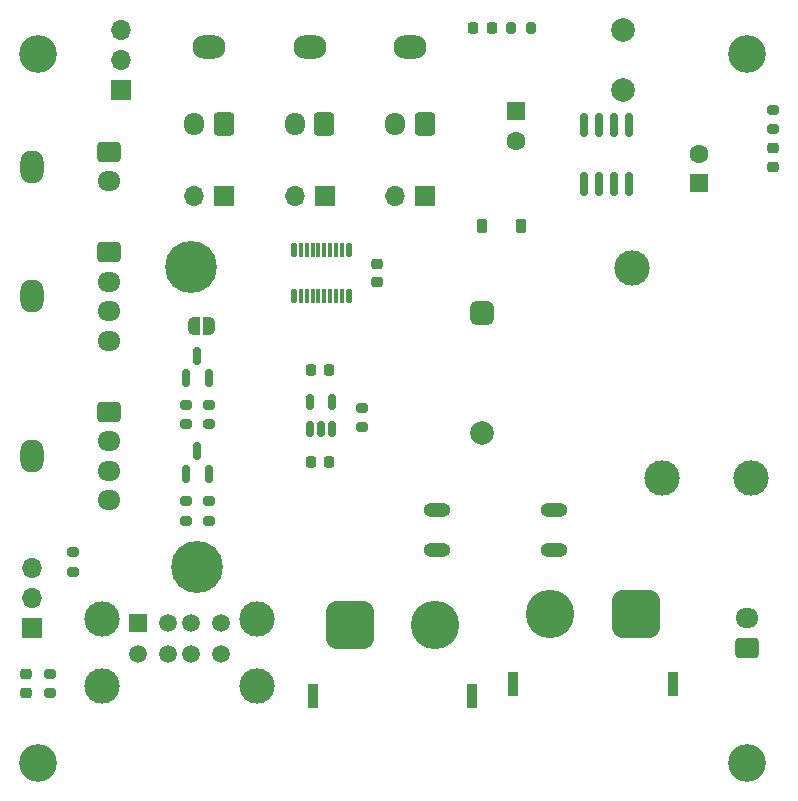
<source format=gbr>
%TF.GenerationSoftware,KiCad,Pcbnew,8.0.1*%
%TF.CreationDate,2024-08-29T16:15:39+09:00*%
%TF.ProjectId,PW-3-mini2-v1,50572d33-2d6d-4696-9e69-322d76312e6b,rev?*%
%TF.SameCoordinates,Original*%
%TF.FileFunction,Soldermask,Top*%
%TF.FilePolarity,Negative*%
%FSLAX46Y46*%
G04 Gerber Fmt 4.6, Leading zero omitted, Abs format (unit mm)*
G04 Created by KiCad (PCBNEW 8.0.1) date 2024-08-29 16:15:39*
%MOMM*%
%LPD*%
G01*
G04 APERTURE LIST*
G04 Aperture macros list*
%AMRoundRect*
0 Rectangle with rounded corners*
0 $1 Rounding radius*
0 $2 $3 $4 $5 $6 $7 $8 $9 X,Y pos of 4 corners*
0 Add a 4 corners polygon primitive as box body*
4,1,4,$2,$3,$4,$5,$6,$7,$8,$9,$2,$3,0*
0 Add four circle primitives for the rounded corners*
1,1,$1+$1,$2,$3*
1,1,$1+$1,$4,$5*
1,1,$1+$1,$6,$7*
1,1,$1+$1,$8,$9*
0 Add four rect primitives between the rounded corners*
20,1,$1+$1,$2,$3,$4,$5,0*
20,1,$1+$1,$4,$5,$6,$7,0*
20,1,$1+$1,$6,$7,$8,$9,0*
20,1,$1+$1,$8,$9,$2,$3,0*%
%AMFreePoly0*
4,1,19,0.500000,-0.750000,0.000000,-0.750000,0.000000,-0.744911,-0.071157,-0.744911,-0.207708,-0.704816,-0.327430,-0.627875,-0.420627,-0.520320,-0.479746,-0.390866,-0.500000,-0.250000,-0.500000,0.250000,-0.479746,0.390866,-0.420627,0.520320,-0.327430,0.627875,-0.207708,0.704816,-0.071157,0.744911,0.000000,0.744911,0.000000,0.750000,0.500000,0.750000,0.500000,-0.750000,0.500000,-0.750000,
$1*%
%AMFreePoly1*
4,1,19,0.000000,0.744911,0.071157,0.744911,0.207708,0.704816,0.327430,0.627875,0.420627,0.520320,0.479746,0.390866,0.500000,0.250000,0.500000,-0.250000,0.479746,-0.390866,0.420627,-0.520320,0.327430,-0.627875,0.207708,-0.704816,0.071157,-0.744911,0.000000,-0.744911,0.000000,-0.750000,-0.500000,-0.750000,-0.500000,0.750000,0.000000,0.750000,0.000000,0.744911,0.000000,0.744911,
$1*%
G04 Aperture macros list end*
%ADD10R,1.700000X1.700000*%
%ADD11O,1.700000X1.700000*%
%ADD12RoundRect,0.150000X0.150000X-0.587500X0.150000X0.587500X-0.150000X0.587500X-0.150000X-0.587500X0*%
%ADD13FreePoly0,0.000000*%
%ADD14FreePoly1,0.000000*%
%ADD15RoundRect,0.200000X0.275000X-0.200000X0.275000X0.200000X-0.275000X0.200000X-0.275000X-0.200000X0*%
%ADD16RoundRect,0.150000X0.150000X-0.512500X0.150000X0.512500X-0.150000X0.512500X-0.150000X-0.512500X0*%
%ADD17RoundRect,0.225000X0.225000X0.250000X-0.225000X0.250000X-0.225000X-0.250000X0.225000X-0.250000X0*%
%ADD18R,1.600000X1.600000*%
%ADD19C,1.600000*%
%ADD20RoundRect,0.225000X-0.250000X0.225000X-0.250000X-0.225000X0.250000X-0.225000X0.250000X0.225000X0*%
%ADD21RoundRect,0.200000X-0.275000X0.200000X-0.275000X-0.200000X0.275000X-0.200000X0.275000X0.200000X0*%
%ADD22O,2.000000X2.800000*%
%ADD23RoundRect,0.250000X-0.725000X0.600000X-0.725000X-0.600000X0.725000X-0.600000X0.725000X0.600000X0*%
%ADD24O,1.950000X1.700000*%
%ADD25R,0.900000X2.000000*%
%ADD26RoundRect,1.025000X1.025000X1.025000X-1.025000X1.025000X-1.025000X-1.025000X1.025000X-1.025000X0*%
%ADD27C,4.100000*%
%ADD28RoundRect,0.250000X0.725000X-0.600000X0.725000X0.600000X-0.725000X0.600000X-0.725000X-0.600000X0*%
%ADD29RoundRect,0.010000X-0.190000X-0.540000X0.190000X-0.540000X0.190000X0.540000X-0.190000X0.540000X0*%
%ADD30RoundRect,0.010000X0.190000X0.540000X-0.190000X0.540000X-0.190000X-0.540000X0.190000X-0.540000X0*%
%ADD31RoundRect,0.007500X-0.142500X-0.542500X0.142500X-0.542500X0.142500X0.542500X-0.142500X0.542500X0*%
%ADD32RoundRect,0.007500X0.142500X0.542500X-0.142500X0.542500X-0.142500X-0.542500X0.142500X-0.542500X0*%
%ADD33C,4.400000*%
%ADD34RoundRect,0.200000X0.200000X0.275000X-0.200000X0.275000X-0.200000X-0.275000X0.200000X-0.275000X0*%
%ADD35RoundRect,0.225000X-0.225000X-0.250000X0.225000X-0.250000X0.225000X0.250000X-0.225000X0.250000X0*%
%ADD36C,3.200000*%
%ADD37C,2.000000*%
%ADD38RoundRect,0.150000X0.150000X-0.825000X0.150000X0.825000X-0.150000X0.825000X-0.150000X-0.825000X0*%
%ADD39RoundRect,0.218750X-0.218750X-0.256250X0.218750X-0.256250X0.218750X0.256250X-0.218750X0.256250X0*%
%ADD40O,2.800000X2.000000*%
%ADD41RoundRect,0.250000X0.600000X0.725000X-0.600000X0.725000X-0.600000X-0.725000X0.600000X-0.725000X0*%
%ADD42O,1.700000X1.950000*%
%ADD43R,1.500000X1.500000*%
%ADD44C,1.500000*%
%ADD45C,3.000000*%
%ADD46RoundRect,0.218750X0.256250X-0.218750X0.256250X0.218750X-0.256250X0.218750X-0.256250X-0.218750X0*%
%ADD47O,2.300000X1.200000*%
%ADD48RoundRect,0.500000X0.500000X0.500000X-0.500000X0.500000X-0.500000X-0.500000X0.500000X-0.500000X0*%
%ADD49RoundRect,0.225000X0.225000X0.375000X-0.225000X0.375000X-0.225000X-0.375000X0.225000X-0.375000X0*%
G04 APERTURE END LIST*
D10*
%TO.C,SW2*%
X115500000Y-102540000D03*
D11*
X115500000Y-100000000D03*
X115500000Y-97460000D03*
%TD*%
D12*
%TO.C,Q1*%
X128550000Y-89500000D03*
X130450000Y-89500000D03*
X129500000Y-87625000D03*
%TD*%
D13*
%TO.C,JP10*%
X129200000Y-77000000D03*
D14*
X130500000Y-77000000D03*
%TD*%
D15*
%TO.C,R6*%
X119000000Y-97825000D03*
X119000000Y-96175000D03*
%TD*%
D16*
%TO.C,U1*%
X139006249Y-85750000D03*
X139956249Y-85750000D03*
X140906249Y-85750000D03*
X140906249Y-83475000D03*
X139006249Y-83475000D03*
%TD*%
D17*
%TO.C,C1*%
X140676249Y-88505000D03*
X139126249Y-88505000D03*
%TD*%
D15*
%TO.C,R1*%
X130500000Y-93500000D03*
X130500000Y-91850000D03*
%TD*%
D18*
%TO.C,C5*%
X156500000Y-58817621D03*
D19*
X156500000Y-61317621D03*
%TD*%
D20*
%TO.C,C3*%
X144750000Y-71725000D03*
X144750000Y-73275000D03*
%TD*%
D15*
%TO.C,R3*%
X130500000Y-85325000D03*
X130500000Y-83675000D03*
%TD*%
D21*
%TO.C,R8*%
X117000000Y-106462500D03*
X117000000Y-108112500D03*
%TD*%
D22*
%TO.C,J8*%
X115500000Y-63500000D03*
D23*
X122000000Y-62250000D03*
D24*
X122000000Y-64750000D03*
%TD*%
D25*
%TO.C,J1*%
X169750000Y-107350000D03*
X156250000Y-107350000D03*
D26*
X166600000Y-101350000D03*
D27*
X159400000Y-101350000D03*
%TD*%
D28*
%TO.C,J10*%
X176000000Y-104250000D03*
D24*
X176000000Y-101750000D03*
%TD*%
D29*
%TO.C,U2*%
X137700000Y-70550000D03*
D30*
X137700000Y-74450000D03*
D31*
X138250000Y-70550000D03*
D32*
X138250000Y-74450000D03*
D31*
X138750000Y-70550000D03*
D32*
X138750000Y-74450000D03*
D31*
X139250000Y-70550000D03*
D32*
X139250000Y-74450000D03*
D31*
X139750000Y-70550000D03*
D32*
X139750000Y-74450000D03*
D31*
X140250000Y-70550000D03*
D32*
X140250000Y-74450000D03*
D31*
X140750000Y-70550000D03*
D32*
X140750000Y-74450000D03*
D31*
X141250000Y-70550000D03*
D32*
X141250000Y-74450000D03*
D31*
X141750000Y-70550000D03*
D32*
X141750000Y-74450000D03*
D33*
X129500000Y-97400000D03*
X129000000Y-72000000D03*
D29*
X142300000Y-70550000D03*
D30*
X142300000Y-74450000D03*
%TD*%
D34*
%TO.C,R5*%
X157737500Y-51750000D03*
X156087500Y-51750000D03*
%TD*%
D35*
%TO.C,C2*%
X139131249Y-80750000D03*
X140681249Y-80750000D03*
%TD*%
D36*
%TO.C,H1*%
X116000000Y-54000000D03*
%TD*%
%TO.C,H2*%
X176000000Y-54000000D03*
%TD*%
D37*
%TO.C,L1*%
X165500000Y-57040000D03*
X165500000Y-51960000D03*
%TD*%
D38*
%TO.C,U3*%
X162250000Y-64950000D03*
X163520000Y-64950000D03*
X164790000Y-64950000D03*
X166060000Y-64950000D03*
X166060000Y-60000000D03*
X164790000Y-60000000D03*
X163520000Y-60000000D03*
X162250000Y-60000000D03*
%TD*%
D18*
%TO.C,C4*%
X172000000Y-64932380D03*
D19*
X172000000Y-62432380D03*
%TD*%
D39*
%TO.C,D2*%
X152837500Y-51750000D03*
X154412500Y-51750000D03*
%TD*%
D22*
%TO.C,J13*%
X115500000Y-88000000D03*
D23*
X122000000Y-84250000D03*
D24*
X122000000Y-86750000D03*
X122000000Y-89250000D03*
X122000000Y-91750000D03*
%TD*%
D10*
%TO.C,J3*%
X140275000Y-66000000D03*
D11*
X137735000Y-66000000D03*
%TD*%
D40*
%TO.C,J5*%
X147500000Y-53400000D03*
D41*
X148750000Y-59900000D03*
D42*
X146250000Y-59900000D03*
%TD*%
D21*
%TO.C,R9*%
X178250000Y-58675000D03*
X178250000Y-60325000D03*
%TD*%
D25*
%TO.C,J9*%
X152750000Y-108350000D03*
X139250000Y-108350000D03*
D26*
X142400000Y-102350000D03*
D27*
X149600000Y-102350000D03*
%TD*%
D10*
%TO.C,SW1*%
X123000000Y-57000000D03*
D11*
X123000000Y-54460000D03*
X123000000Y-51920000D03*
%TD*%
D43*
%TO.C,J11*%
X124500000Y-102120000D03*
D44*
X127000000Y-102120000D03*
X129000000Y-102120000D03*
X131500000Y-102120000D03*
X124500000Y-104740000D03*
X127000000Y-104740000D03*
X129000000Y-104740000D03*
X131500000Y-104740000D03*
D45*
X121430000Y-101770000D03*
X121430000Y-107450000D03*
X134570000Y-101770000D03*
X134570000Y-107450000D03*
%TD*%
D46*
%TO.C,D4*%
X178250000Y-63537500D03*
X178250000Y-61962500D03*
%TD*%
D10*
%TO.C,J4*%
X131775000Y-66000000D03*
D11*
X129235000Y-66000000D03*
%TD*%
D47*
%TO.C,F1*%
X159700000Y-95950000D03*
X159700000Y-92550000D03*
X149800000Y-95950000D03*
X149800000Y-92550000D03*
%TD*%
D22*
%TO.C,J12*%
X115500000Y-74500000D03*
D23*
X122000000Y-70750000D03*
D24*
X122000000Y-73250000D03*
X122000000Y-75750000D03*
X122000000Y-78250000D03*
%TD*%
D10*
%TO.C,J2*%
X148775000Y-66000000D03*
D11*
X146235000Y-66000000D03*
%TD*%
D12*
%TO.C,Q2*%
X128550000Y-81437500D03*
X130450000Y-81437500D03*
X129500000Y-79562500D03*
%TD*%
D36*
%TO.C,H4*%
X176000000Y-114000000D03*
%TD*%
D40*
%TO.C,J7*%
X130500000Y-53400000D03*
D41*
X131750000Y-59900000D03*
D42*
X129250000Y-59900000D03*
%TD*%
D21*
%TO.C,R4*%
X128500000Y-83675000D03*
X128500000Y-85325000D03*
%TD*%
D36*
%TO.C,H3*%
X116000000Y-114000000D03*
%TD*%
D45*
%TO.C,K1*%
X166260000Y-72100000D03*
X176400000Y-89900000D03*
X168800000Y-89900000D03*
D48*
X153600000Y-75900000D03*
D37*
X153600000Y-86100000D03*
%TD*%
D46*
%TO.C,D3*%
X115000000Y-108075000D03*
X115000000Y-106500000D03*
%TD*%
D40*
%TO.C,J6*%
X139000000Y-53400000D03*
D41*
X140250000Y-59900000D03*
D42*
X137750000Y-59900000D03*
%TD*%
D21*
%TO.C,R7*%
X143406249Y-83925000D03*
X143406249Y-85575000D03*
%TD*%
%TO.C,R2*%
X128500000Y-91850000D03*
X128500000Y-93500000D03*
%TD*%
D49*
%TO.C,D1*%
X156900000Y-68500000D03*
X153600000Y-68500000D03*
%TD*%
M02*

</source>
